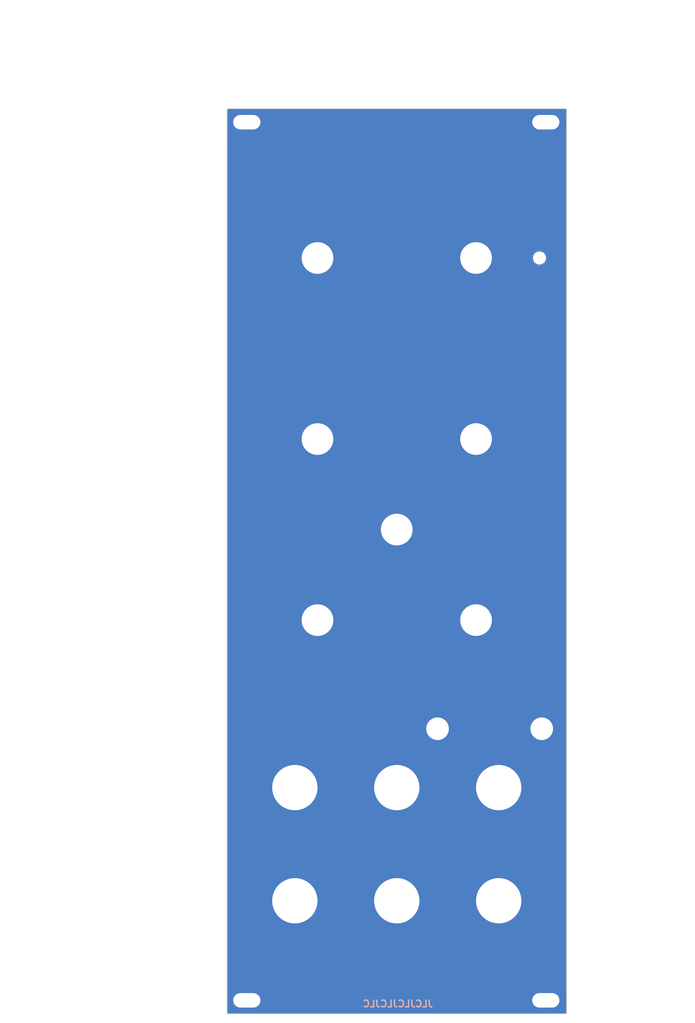
<source format=kicad_pcb>
(kicad_pcb (version 20211014) (generator pcbnew)
  (title_block (title "Freezer"))
  (layers (0 "F.Cu" signal) (31 "B.Cu" signal) (34 "B.Paste" user) (35 "F.Paste" user) (36 "B.SilkS" user "B.Silkscreen") (37 "F.SilkS" user "F.Silkscreen") (38 "B.Mask" user) (39 "F.Mask" user) (44 "Edge.Cuts" user))
  (net 0 "")
  (net 1 "GND")
  (footprint "Kosmo_panel:Kosmo_Pot_Hole" (layer "F.Cu") (at 105 93)
    (fp_text reference " " (at 0 -7) (layer "F.SilkS"))
    (fp_text value "Kosmo_Pot_Hole")
    (pad "1" thru_hole circle locked (at 0 0) (size 9 9) (drill 7) (layers *.Cu *.Mask) (net 1 "GND"))
  )
  (footprint "Kosmo_panel:Kosmo_Jack_Hole" (layer "F.Cu") (at 65 170)
    (fp_text reference " " (at 0 -11) (layer "F.SilkS"))
    (fp_text value "Kosmo_Jack_Hole")
    (pad "1" thru_hole circle locked (at 0 0) (size 14 14) (drill 10) (layers *.Cu *.Mask) (net 1 "GND"))
  )
  (footprint "Kosmo_panel:Kosmo_Jack_Hole" (layer "F.Cu") (at 65 195)
    (fp_text reference " " (at 0 -11) (layer "F.SilkS"))
    (fp_text value "Kosmo_Jack_Hole")
    (pad "1" thru_hole circle locked (at 0 0) (size 14 14) (drill 10) (layers *.Cu *.Mask) (net 1 "GND"))
  )
  (footprint "Kosmo_panel:Kosmo_Switch_Hole" (layer "F.Cu") (at 87.5 113)
    (fp_text reference " " (at 0 -7) (layer "F.SilkS"))
    (fp_text value "Kosmo_Switch_Hole")
    (pad "1" thru_hole circle locked (at 0 0) (size 9 9) (drill 7) (layers *.Cu *.Mask) (net 1 "GND"))
  )
  (footprint "Kosmo_panel:Kosmo_Jack_Hole" (layer "F.Cu") (at 87.5 195)
    (fp_text reference " " (at 0 -11) (layer "F.SilkS"))
    (fp_text value "Kosmo_Jack_Hole")
    (pad "1" thru_hole circle locked (at 0 0) (size 14 14) (drill 10) (layers *.Cu *.Mask) (net 1 "GND"))
  )
  (footprint "Kosmo_panel_analogoutput:Kosmo_Panel_Dual_Slotted_Mounting_Hole" (layer "F.Cu") (at 53 217)
    (fp_text reference "REF**" hide)
    (fp_text value "Kosmo_Panel_Dual_Slotted_Mounting_Hole")
    (pad "1" thru_hole oval locked (at 1.4 -194) (size 6.8 4) (drill oval 6 3.2) (layers *.Cu *.Mask) (net 1 "GND"))
    (pad "1" thru_hole oval locked (at 1.4 0) (size 6.8 4) (drill oval 6 3.2) (layers *.Cu *.Mask) (net 1 "GND"))
  )
  (footprint "Kosmo_panel_analogoutput:Kosmo_Panel_Dual_Slotted_Mounting_Hole" (layer "F.Cu") (at 119 217)
    (fp_text reference "REF**" hide)
    (fp_text value "Kosmo_Panel_Dual_Slotted_Mounting_Hole")
    (pad "1" thru_hole oval locked (at 1.4 -194) (size 6.8 4) (drill oval 6 3.2) (layers *.Cu *.Mask) (net 1 "GND"))
    (pad "1" thru_hole oval locked (at 1.4 0) (size 6.8 4) (drill oval 6 3.2) (layers *.Cu *.Mask) (net 1 "GND"))
  )
  (footprint "fontstuff:wholepanel" (layer "F.Cu") (at 87.5 119.5)
    (fp_text reference "G***")
    (fp_text value "LOGO" hide)
  )
  (footprint "Kosmo_panel_analogoutput:Kosmo_LED_Hole" (layer "F.Cu") (at 96.5 157)
    (fp_text reference "REF**" hide)
    (fp_text value "Kosmo_LED_Hole")
    (pad "1" thru_hole circle locked (at 0 0) (size 5.5 5.5) (drill 5) (layers *.Cu *.Mask) (net 1 "GND"))
  )
  (footprint "Kosmo_panel:Kosmo_Pot_Hole" (layer "F.Cu") (at 70 93)
    (fp_text reference " " (at 0 -7) (layer "F.SilkS"))
    (fp_text value "Kosmo_Pot_Hole")
    (pad "1" thru_hole circle locked (at 0 0) (size 9 9) (drill 7) (layers *.Cu *.Mask) (net 1 "GND"))
  )
  (footprint "Kosmo_panel:Kosmo_Pot_Hole" (layer "F.Cu") (at 70 133)
    (fp_text reference " " (at 0 -7) (layer "F.SilkS"))
    (fp_text value "Kosmo_Pot_Hole")
    (pad "1" thru_hole circle locked (at 0 0) (size 9 9) (drill 7) (layers *.Cu *.Mask) (net 1 "GND"))
  )
  (footprint "Kosmo_panel_analogoutput:Kosmo_LED_Hole" (layer "F.Cu") (at 119.5 157)
    (fp_text reference "REF**" hide)
    (fp_text value "Kosmo_LED_Hole")
    (pad "1" thru_hole circle locked (at 0 0) (size 5.5 5.5) (drill 5) (layers *.Cu *.Mask) (net 1 "GND"))
  )
  (footprint "Kosmo_panel:Kosmo_Jack_Hole" (layer "F.Cu") (at 87.5 170)
    (fp_text reference " " (at 0 -11) (layer "F.SilkS"))
    (fp_text value "Kosmo_Jack_Hole")
    (pad "1" thru_hole circle locked (at 0 0) (size 14 14) (drill 10) (layers *.Cu *.Mask) (net 1 "GND"))
  )
  (footprint "Kosmo_panel:Kosmo_Jack_Hole" (layer "F.Cu") (at 110 170)
    (fp_text reference " " (at 0 -11) (layer "F.SilkS"))
    (fp_text value "Kosmo_Jack_Hole")
    (pad "1" thru_hole circle locked (at 0 0) (size 14 14) (drill 10) (layers *.Cu *.Mask) (net 1 "GND"))
  )
  (footprint "Kosmo_panel:Kosmo_Pot_Hole" (layer "F.Cu") (at 105 53)
    (fp_text reference " " (at 0 -7) (layer "F.SilkS"))
    (fp_text value "Kosmo_Pot_Hole")
    (pad "1" thru_hole circle locked (at 0 0) (size 9 9) (drill 7) (layers *.Cu *.Mask) (net 1 "GND"))
  )
  (footprint "Kosmo_panel:Kosmo_Trimmer_Pot_Hole" (layer "F.Cu") (at 119 53)
    (fp_text reference "REF**")
    (fp_text value "Kosmo_Trimmer_Pot_Hole")
    (pad "" np_thru_hole circle locked (at 0 0) (size 2.5 2.5) (drill 2.5) (layers *.Cu *.Mask))
  )
  (footprint "Kosmo_panel:Kosmo_Pot_Hole" (layer "F.Cu") (at 70 53)
    (fp_text reference " " (at 0 -7) (layer "F.SilkS"))
    (fp_text value "Kosmo_Pot_Hole")
    (pad "1" thru_hole circle locked (at 0 0) (size 9 9) (drill 7) (layers *.Cu *.Mask) (net 1 "GND"))
  )
  (footprint "Kosmo_panel:Kosmo_Pot_Hole" (layer "F.Cu") (at 105 133)
    (fp_text reference " " (at 0 -7) (layer "F.SilkS"))
    (fp_text value "Kosmo_Pot_Hole")
    (pad "1" thru_hole circle locked (at 0 0) (size 9 9) (drill 7) (layers *.Cu *.Mask) (net 1 "GND"))
  )
  (footprint "Kosmo_panel:Kosmo_Jack_Hole" (layer "F.Cu") (at 110 195)
    (fp_text reference " " (at 14 -4) (layer "F.SilkS"))
    (fp_text value "Kosmo_Jack_Hole")
    (pad "1" thru_hole circle locked (at 0 0) (size 14 14) (drill 10) (layers *.Cu *.Mask) (net 1 "GND"))
  )
  (gr_line (start 50 220) (end 50 84.5) (layer "Edge.Cuts") (width 0.1))
  (gr_line (start 125 220) (end 50 220) (layer "Edge.Cuts") (width 0.1))
  (gr_line (start 50 84.5) (end 50 20) (layer "Edge.Cuts") (width 0.1))
  (gr_line (start 125 220) (end 125 20) (layer "Edge.Cuts") (width 0.1))
  (gr_line (start 125 20) (end 50 20) (layer "Edge.Cuts") (width 0.1))
  (gr_text "JLCJLCJLCJLC" (at 87.75 217.75) (layer "B.SilkS") (effects (font (size 1.5 1.5) (thickness 0.3)) (justify mirror)))
  (zone (net 1) (net_name "GND") (layer "F.Cu") (connect_pads yes (clearance 0.1)) (min_thickness 0.254) (fill yes (thermal_gap 0.508) (thermal_bridge_width 0.508))
    (polygon (pts (xy 126 221) (xy 49 221) (xy 49 19) (xy 126 19)))
  )
  (zone (net 1) (net_name "GND") (layer "B.Cu") (connect_pads yes (clearance 0.1)) (min_thickness 0.254) (fill yes (thermal_gap 0.508) (thermal_bridge_width 0.508))
    (polygon (pts (xy 48 18) (xy 127 18) (xy 127 222) (xy 48 222)))
  )
)
</source>
